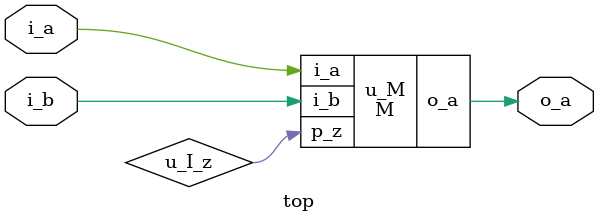
<source format=v>

module M ( p_z, i_a, i_b, o_a);
// pragma CVASTRPROP MODULE HDLICE HDL_MODULE_ATTRIBUTE "0 vlog atb"
input p_z;
input i_a;
input i_b;
output o_a;
Q_MX02 U0 ( .S(p_z), .A0(i_b), .A1(i_a), .Z(o_a));
endmodule

module top ( i_a, i_b, o_a);
// pragma CVASTRPROP MODULE HDLICE HDL_MODULE_ATTRIBUTE "0 vlog atb"
input i_a;
input i_b;
output o_a;
wire u_I_z;
M u_M ( .p_z( u_I_z), .i_a( i_a), .i_b( i_b), .o_a( o_a));
`ifdef Q_DISPLAY_BUFFER_USE
`ifdef CBV
`else
Q_DISPLAY_BUFFER Q_DISPLAY_BUFFER ();
`endif
`endif
`ifdef Q_HDL_ROOT_USE
Q_HDL_ROOT Q_HDL_ROOT ();
`endif
endmodule

</source>
